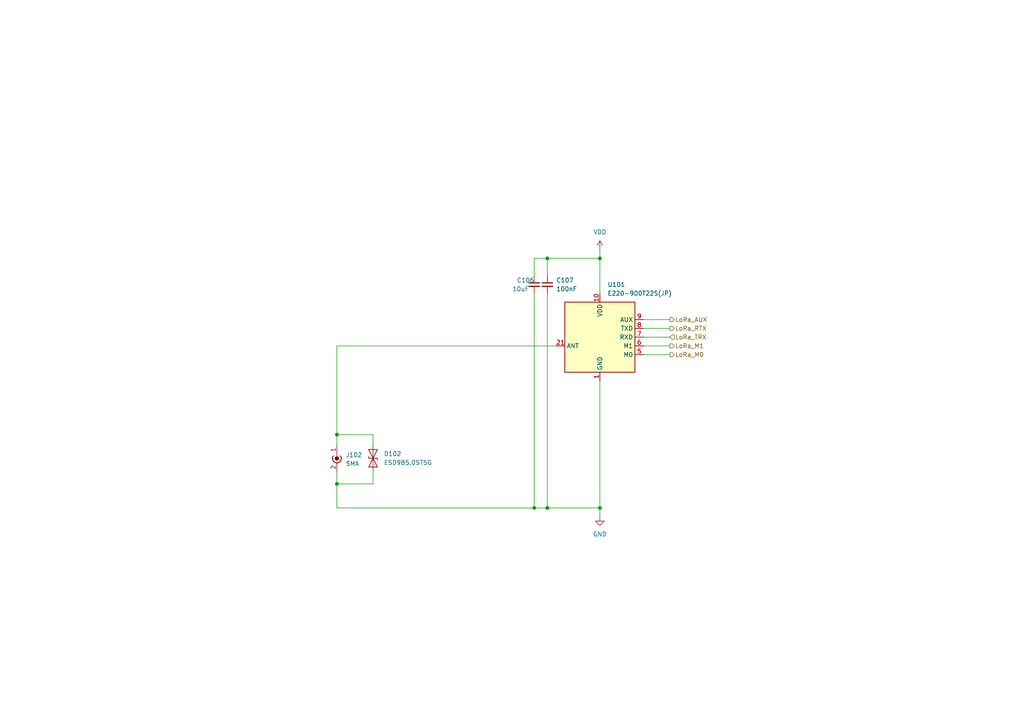
<source format=kicad_sch>
(kicad_sch
	(version 20250114)
	(generator "eeschema")
	(generator_version "9.0")
	(uuid "d339b9d8-51a7-460e-bb19-8d8c25d3e2aa")
	(paper "A4")
	(lib_symbols
		(symbol "Connector:Conn_Coaxial_Power"
			(pin_names
				(offset 1.016)
				(hide yes)
			)
			(exclude_from_sim no)
			(in_bom yes)
			(on_board yes)
			(property "Reference" "J"
				(at -5.08 -1.27 90)
				(effects
					(font
						(size 1.27 1.27)
					)
				)
			)
			(property "Value" "Conn_Coaxial_Power"
				(at -3.175 -1.27 90)
				(effects
					(font
						(size 1.27 1.27)
					)
				)
			)
			(property "Footprint" ""
				(at 0 -1.27 0)
				(effects
					(font
						(size 1.27 1.27)
					)
					(hide yes)
				)
			)
			(property "Datasheet" "~"
				(at 0 -1.27 0)
				(effects
					(font
						(size 1.27 1.27)
					)
					(hide yes)
				)
			)
			(property "Description" "coaxial connector (BNC, SMA, SMB, SMC, Cinch/RCA, LEMO, ...)"
				(at 0 0 0)
				(effects
					(font
						(size 1.27 1.27)
					)
					(hide yes)
				)
			)
			(property "ki_keywords" "BNC SMA SMB SMC LEMO coaxial connector CINCH RCA"
				(at 0 0 0)
				(effects
					(font
						(size 1.27 1.27)
					)
					(hide yes)
				)
			)
			(property "ki_fp_filters" "*BNC* *SMA* *SMB* *SMC* *Cinch* *LEMO*"
				(at 0 0 0)
				(effects
					(font
						(size 1.27 1.27)
					)
					(hide yes)
				)
			)
			(symbol "Conn_Coaxial_Power_0_1"
				(arc
					(start 1.016 -0.508)
					(mid 1.2048 -0.8684)
					(end 1.27 -1.27)
					(stroke
						(width 0.254)
						(type default)
					)
					(fill
						(type none)
					)
				)
				(polyline
					(pts
						(xy 0 0) (xy 0 -1.27)
					)
					(stroke
						(width 0)
						(type default)
					)
					(fill
						(type none)
					)
				)
				(arc
					(start 1.27 -1.27)
					(mid 0 -2.5345)
					(end -1.27 -1.27)
					(stroke
						(width 0.254)
						(type default)
					)
					(fill
						(type none)
					)
				)
				(arc
					(start -1.27 -1.27)
					(mid -1.2048 -0.8684)
					(end -1.016 -0.508)
					(stroke
						(width 0.254)
						(type default)
					)
					(fill
						(type none)
					)
				)
				(circle
					(center 0 -1.27)
					(radius 0.508)
					(stroke
						(width 0.2032)
						(type default)
					)
					(fill
						(type outline)
					)
				)
				(polyline
					(pts
						(xy 0 -2.54) (xy 0 -3.048)
					)
					(stroke
						(width 0)
						(type default)
					)
					(fill
						(type none)
					)
				)
			)
			(symbol "Conn_Coaxial_Power_1_1"
				(pin passive line
					(at 0 2.54 270)
					(length 2.54)
					(name "In"
						(effects
							(font
								(size 1.27 1.27)
							)
						)
					)
					(number "1"
						(effects
							(font
								(size 1.27 1.27)
							)
						)
					)
				)
				(pin passive line
					(at 0 -5.08 90)
					(length 2.54)
					(name "Ext"
						(effects
							(font
								(size 1.27 1.27)
							)
						)
					)
					(number "2"
						(effects
							(font
								(size 1.27 1.27)
							)
						)
					)
				)
			)
			(embedded_fonts no)
		)
		(symbol "Device:C_Small"
			(pin_numbers
				(hide yes)
			)
			(pin_names
				(offset 0.254)
				(hide yes)
			)
			(exclude_from_sim no)
			(in_bom yes)
			(on_board yes)
			(property "Reference" "C"
				(at 0.254 1.778 0)
				(effects
					(font
						(size 1.27 1.27)
					)
					(justify left)
				)
			)
			(property "Value" "C_Small"
				(at 0.254 -2.032 0)
				(effects
					(font
						(size 1.27 1.27)
					)
					(justify left)
				)
			)
			(property "Footprint" ""
				(at 0 0 0)
				(effects
					(font
						(size 1.27 1.27)
					)
					(hide yes)
				)
			)
			(property "Datasheet" "~"
				(at 0 0 0)
				(effects
					(font
						(size 1.27 1.27)
					)
					(hide yes)
				)
			)
			(property "Description" "Unpolarized capacitor, small symbol"
				(at 0 0 0)
				(effects
					(font
						(size 1.27 1.27)
					)
					(hide yes)
				)
			)
			(property "ki_keywords" "capacitor cap"
				(at 0 0 0)
				(effects
					(font
						(size 1.27 1.27)
					)
					(hide yes)
				)
			)
			(property "ki_fp_filters" "C_*"
				(at 0 0 0)
				(effects
					(font
						(size 1.27 1.27)
					)
					(hide yes)
				)
			)
			(symbol "C_Small_0_1"
				(polyline
					(pts
						(xy -1.524 0.508) (xy 1.524 0.508)
					)
					(stroke
						(width 0.3048)
						(type default)
					)
					(fill
						(type none)
					)
				)
				(polyline
					(pts
						(xy -1.524 -0.508) (xy 1.524 -0.508)
					)
					(stroke
						(width 0.3302)
						(type default)
					)
					(fill
						(type none)
					)
				)
			)
			(symbol "C_Small_1_1"
				(pin passive line
					(at 0 2.54 270)
					(length 2.032)
					(name "~"
						(effects
							(font
								(size 1.27 1.27)
							)
						)
					)
					(number "1"
						(effects
							(font
								(size 1.27 1.27)
							)
						)
					)
				)
				(pin passive line
					(at 0 -2.54 90)
					(length 2.032)
					(name "~"
						(effects
							(font
								(size 1.27 1.27)
							)
						)
					)
					(number "2"
						(effects
							(font
								(size 1.27 1.27)
							)
						)
					)
				)
			)
			(embedded_fonts no)
		)
		(symbol "Diode:ESD9B5.0ST5G"
			(pin_numbers
				(hide yes)
			)
			(pin_names
				(offset 1.016)
				(hide yes)
			)
			(exclude_from_sim no)
			(in_bom yes)
			(on_board yes)
			(property "Reference" "D"
				(at 0 2.54 0)
				(effects
					(font
						(size 1.27 1.27)
					)
				)
			)
			(property "Value" "ESD9B5.0ST5G"
				(at 0 -2.54 0)
				(effects
					(font
						(size 1.27 1.27)
					)
				)
			)
			(property "Footprint" "Diode_SMD:D_SOD-923"
				(at 0 0 0)
				(effects
					(font
						(size 1.27 1.27)
					)
					(hide yes)
				)
			)
			(property "Datasheet" "https://www.onsemi.com/pub/Collateral/ESD9B-D.PDF"
				(at 0 0 0)
				(effects
					(font
						(size 1.27 1.27)
					)
					(hide yes)
				)
			)
			(property "Description" "ESD protection diode, 5.0Vrwm, SOD-923"
				(at 0 0 0)
				(effects
					(font
						(size 1.27 1.27)
					)
					(hide yes)
				)
			)
			(property "ki_keywords" "diode TVS ESD"
				(at 0 0 0)
				(effects
					(font
						(size 1.27 1.27)
					)
					(hide yes)
				)
			)
			(property "ki_fp_filters" "D*SOD?923*"
				(at 0 0 0)
				(effects
					(font
						(size 1.27 1.27)
					)
					(hide yes)
				)
			)
			(symbol "ESD9B5.0ST5G_0_1"
				(polyline
					(pts
						(xy -2.54 -1.27) (xy 0 0) (xy -2.54 1.27) (xy -2.54 -1.27)
					)
					(stroke
						(width 0.2032)
						(type default)
					)
					(fill
						(type none)
					)
				)
				(polyline
					(pts
						(xy 0.508 1.27) (xy 0 1.27) (xy 0 -1.27) (xy -0.508 -1.27)
					)
					(stroke
						(width 0.2032)
						(type default)
					)
					(fill
						(type none)
					)
				)
				(polyline
					(pts
						(xy 1.27 0) (xy -1.27 0)
					)
					(stroke
						(width 0)
						(type default)
					)
					(fill
						(type none)
					)
				)
				(polyline
					(pts
						(xy 2.54 1.27) (xy 2.54 -1.27) (xy 0 0) (xy 2.54 1.27)
					)
					(stroke
						(width 0.2032)
						(type default)
					)
					(fill
						(type none)
					)
				)
			)
			(symbol "ESD9B5.0ST5G_1_1"
				(pin passive line
					(at -3.81 0 0)
					(length 2.54)
					(name "A1"
						(effects
							(font
								(size 1.27 1.27)
							)
						)
					)
					(number "1"
						(effects
							(font
								(size 1.27 1.27)
							)
						)
					)
				)
				(pin passive line
					(at 3.81 0 180)
					(length 2.54)
					(name "A2"
						(effects
							(font
								(size 1.27 1.27)
							)
						)
					)
					(number "2"
						(effects
							(font
								(size 1.27 1.27)
							)
						)
					)
				)
			)
			(embedded_fonts no)
		)
		(symbol "RF_Module_additional:E220-900T22S(JP)"
			(exclude_from_sim no)
			(in_bom yes)
			(on_board yes)
			(property "Reference" "U"
				(at -8.89 11.43 0)
				(effects
					(font
						(size 1.27 1.27)
					)
				)
			)
			(property "Value" "E220-900T22S(JP)"
				(at 11.43 11.43 0)
				(effects
					(font
						(size 1.27 1.27)
					)
				)
			)
			(property "Footprint" "RF_Module_additional:E220-900T22S(JP)"
				(at 0 0 0)
				(effects
					(font
						(size 1.27 1.27)
					)
					(hide yes)
				)
			)
			(property "Datasheet" "https://dragon-torch.tech/wp-content/uploads/2023/05/data_sheet_Rev1.4.pdf"
				(at 7.62 -11.43 0)
				(effects
					(font
						(size 1.27 1.27)
					)
					(hide yes)
				)
			)
			(property "Description" "920MHz LoRa Module, comply with Japanese wireless regulation"
				(at 0 0 0)
				(effects
					(font
						(size 1.27 1.27)
					)
					(hide yes)
				)
			)
			(property "ki_keywords" "RF 920 920MHz LoRa Module"
				(at 0 0 0)
				(effects
					(font
						(size 1.27 1.27)
					)
					(hide yes)
				)
			)
			(symbol "E220-900T22S(JP)_0_1"
				(rectangle
					(start -10.16 10.16)
					(end 10.16 -10.16)
					(stroke
						(width 0.254)
						(type default)
					)
					(fill
						(type background)
					)
				)
			)
			(symbol "E220-900T22S(JP)_1_1"
				(pin power_in line
					(at -12.7 -2.54 0)
					(length 2.54)
					(name "ANT"
						(effects
							(font
								(size 1.27 1.27)
							)
						)
					)
					(number "21"
						(effects
							(font
								(size 1.27 1.27)
							)
						)
					)
				)
				(pin power_in line
					(at 0 12.7 270)
					(length 2.54)
					(name "VDD"
						(effects
							(font
								(size 1.27 1.27)
							)
						)
					)
					(number "10"
						(effects
							(font
								(size 1.27 1.27)
							)
						)
					)
				)
				(pin power_in line
					(at 0 -12.7 90)
					(length 2.54)
					(name "GND"
						(effects
							(font
								(size 1.27 1.27)
							)
						)
					)
					(number "1"
						(effects
							(font
								(size 1.27 1.27)
							)
						)
					)
				)
				(pin passive line
					(at 0 -12.7 90)
					(length 2.54)
					(hide yes)
					(name "GND"
						(effects
							(font
								(size 1.27 1.27)
							)
						)
					)
					(number "11"
						(effects
							(font
								(size 1.27 1.27)
							)
						)
					)
				)
				(pin passive line
					(at 0 -12.7 90)
					(length 2.54)
					(hide yes)
					(name "GND"
						(effects
							(font
								(size 1.27 1.27)
							)
						)
					)
					(number "13"
						(effects
							(font
								(size 1.27 1.27)
							)
						)
					)
				)
				(pin passive line
					(at 0 -12.7 90)
					(length 2.54)
					(hide yes)
					(name "GND"
						(effects
							(font
								(size 1.27 1.27)
							)
						)
					)
					(number "19"
						(effects
							(font
								(size 1.27 1.27)
							)
						)
					)
				)
				(pin passive line
					(at 0 -12.7 90)
					(length 2.54)
					(hide yes)
					(name "GND"
						(effects
							(font
								(size 1.27 1.27)
							)
						)
					)
					(number "2"
						(effects
							(font
								(size 1.27 1.27)
							)
						)
					)
				)
				(pin passive line
					(at 0 -12.7 90)
					(length 2.54)
					(hide yes)
					(name "GND"
						(effects
							(font
								(size 1.27 1.27)
							)
						)
					)
					(number "20"
						(effects
							(font
								(size 1.27 1.27)
							)
						)
					)
				)
				(pin passive line
					(at 0 -12.7 90)
					(length 2.54)
					(hide yes)
					(name "GND"
						(effects
							(font
								(size 1.27 1.27)
							)
						)
					)
					(number "22"
						(effects
							(font
								(size 1.27 1.27)
							)
						)
					)
				)
				(pin passive line
					(at 0 -12.7 90)
					(length 2.54)
					(hide yes)
					(name "GND"
						(effects
							(font
								(size 1.27 1.27)
							)
						)
					)
					(number "3"
						(effects
							(font
								(size 1.27 1.27)
							)
						)
					)
				)
				(pin passive line
					(at 0 -12.7 90)
					(length 2.54)
					(hide yes)
					(name "GND"
						(effects
							(font
								(size 1.27 1.27)
							)
						)
					)
					(number "4"
						(effects
							(font
								(size 1.27 1.27)
							)
						)
					)
				)
				(pin output line
					(at 12.7 5.08 180)
					(length 2.54)
					(name "AUX"
						(effects
							(font
								(size 1.27 1.27)
							)
						)
					)
					(number "9"
						(effects
							(font
								(size 1.27 1.27)
							)
						)
					)
				)
				(pin output line
					(at 12.7 2.54 180)
					(length 2.54)
					(name "TXD"
						(effects
							(font
								(size 1.27 1.27)
							)
						)
					)
					(number "8"
						(effects
							(font
								(size 1.27 1.27)
							)
						)
					)
				)
				(pin input line
					(at 12.7 0 180)
					(length 2.54)
					(name "RXD"
						(effects
							(font
								(size 1.27 1.27)
							)
						)
					)
					(number "7"
						(effects
							(font
								(size 1.27 1.27)
							)
						)
					)
				)
				(pin input line
					(at 12.7 -2.54 180)
					(length 2.54)
					(name "M1"
						(effects
							(font
								(size 1.27 1.27)
							)
						)
					)
					(number "6"
						(effects
							(font
								(size 1.27 1.27)
							)
						)
					)
				)
				(pin input line
					(at 12.7 -5.08 180)
					(length 2.54)
					(name "M0"
						(effects
							(font
								(size 1.27 1.27)
							)
						)
					)
					(number "5"
						(effects
							(font
								(size 1.27 1.27)
							)
						)
					)
				)
			)
			(embedded_fonts no)
		)
		(symbol "power:GND"
			(power)
			(pin_names
				(offset 0)
			)
			(exclude_from_sim no)
			(in_bom yes)
			(on_board yes)
			(property "Reference" "#PWR"
				(at 0 -6.35 0)
				(effects
					(font
						(size 1.27 1.27)
					)
					(hide yes)
				)
			)
			(property "Value" "GND"
				(at 0 -3.81 0)
				(effects
					(font
						(size 1.27 1.27)
					)
				)
			)
			(property "Footprint" ""
				(at 0 0 0)
				(effects
					(font
						(size 1.27 1.27)
					)
					(hide yes)
				)
			)
			(property "Datasheet" ""
				(at 0 0 0)
				(effects
					(font
						(size 1.27 1.27)
					)
					(hide yes)
				)
			)
			(property "Description" "Power symbol creates a global label with name \"GND\" , ground"
				(at 0 0 0)
				(effects
					(font
						(size 1.27 1.27)
					)
					(hide yes)
				)
			)
			(property "ki_keywords" "global power"
				(at 0 0 0)
				(effects
					(font
						(size 1.27 1.27)
					)
					(hide yes)
				)
			)
			(symbol "GND_0_1"
				(polyline
					(pts
						(xy 0 0) (xy 0 -1.27) (xy 1.27 -1.27) (xy 0 -2.54) (xy -1.27 -1.27) (xy 0 -1.27)
					)
					(stroke
						(width 0)
						(type default)
					)
					(fill
						(type none)
					)
				)
			)
			(symbol "GND_1_1"
				(pin power_in line
					(at 0 0 270)
					(length 0)
					(hide yes)
					(name "GND"
						(effects
							(font
								(size 1.27 1.27)
							)
						)
					)
					(number "1"
						(effects
							(font
								(size 1.27 1.27)
							)
						)
					)
				)
			)
			(embedded_fonts no)
		)
		(symbol "power:VDD"
			(power)
			(pin_numbers
				(hide yes)
			)
			(pin_names
				(offset 0)
				(hide yes)
			)
			(exclude_from_sim no)
			(in_bom yes)
			(on_board yes)
			(property "Reference" "#PWR"
				(at 0 -3.81 0)
				(effects
					(font
						(size 1.27 1.27)
					)
					(hide yes)
				)
			)
			(property "Value" "VDD"
				(at 0 3.556 0)
				(effects
					(font
						(size 1.27 1.27)
					)
				)
			)
			(property "Footprint" ""
				(at 0 0 0)
				(effects
					(font
						(size 1.27 1.27)
					)
					(hide yes)
				)
			)
			(property "Datasheet" ""
				(at 0 0 0)
				(effects
					(font
						(size 1.27 1.27)
					)
					(hide yes)
				)
			)
			(property "Description" "Power symbol creates a global label with name \"VDD\""
				(at 0 0 0)
				(effects
					(font
						(size 1.27 1.27)
					)
					(hide yes)
				)
			)
			(property "ki_keywords" "global power"
				(at 0 0 0)
				(effects
					(font
						(size 1.27 1.27)
					)
					(hide yes)
				)
			)
			(symbol "VDD_0_1"
				(polyline
					(pts
						(xy -0.762 1.27) (xy 0 2.54)
					)
					(stroke
						(width 0)
						(type default)
					)
					(fill
						(type none)
					)
				)
				(polyline
					(pts
						(xy 0 2.54) (xy 0.762 1.27)
					)
					(stroke
						(width 0)
						(type default)
					)
					(fill
						(type none)
					)
				)
				(polyline
					(pts
						(xy 0 0) (xy 0 2.54)
					)
					(stroke
						(width 0)
						(type default)
					)
					(fill
						(type none)
					)
				)
			)
			(symbol "VDD_1_1"
				(pin power_in line
					(at 0 0 90)
					(length 0)
					(name "~"
						(effects
							(font
								(size 1.27 1.27)
							)
						)
					)
					(number "1"
						(effects
							(font
								(size 1.27 1.27)
							)
						)
					)
				)
			)
			(embedded_fonts no)
		)
	)
	(junction
		(at 97.7064 126.0682)
		(diameter 0)
		(color 0 0 0 0)
		(uuid "05754398-e7f5-4454-ac2a-933e971a1868")
	)
	(junction
		(at 173.99 147.32)
		(diameter 0)
		(color 0 0 0 0)
		(uuid "355c01bf-ab79-4dd5-ba30-ae79abea33c3")
	)
	(junction
		(at 173.99 74.93)
		(diameter 0)
		(color 0 0 0 0)
		(uuid "57ffcb14-8225-4f1d-8075-ee953724838f")
	)
	(junction
		(at 154.94 147.32)
		(diameter 0)
		(color 0 0 0 0)
		(uuid "8ec9b8d2-7105-4836-829c-0c4793ed3a9c")
	)
	(junction
		(at 158.75 147.32)
		(diameter 0)
		(color 0 0 0 0)
		(uuid "a8aa2793-baf2-483b-b20a-337b66a83a8b")
	)
	(junction
		(at 97.7064 140.3477)
		(diameter 0)
		(color 0 0 0 0)
		(uuid "c008021d-75b5-4a84-ae43-b2ee38dd3261")
	)
	(junction
		(at 158.75 74.93)
		(diameter 0)
		(color 0 0 0 0)
		(uuid "f057d2b7-87b3-41bc-9666-cdd1a9a7936c")
	)
	(wire
		(pts
			(xy 154.94 147.32) (xy 158.75 147.32)
		)
		(stroke
			(width 0)
			(type default)
		)
		(uuid "09c5680e-351b-446a-8e75-fba7b9a1a3ad")
	)
	(wire
		(pts
			(xy 158.75 74.93) (xy 158.75 80.01)
		)
		(stroke
			(width 0)
			(type default)
		)
		(uuid "0bbed2cd-98e4-4fcd-b7ad-88f6edbf5cee")
	)
	(wire
		(pts
			(xy 97.7064 126.0682) (xy 97.7064 129.1679)
		)
		(stroke
			(width 0)
			(type default)
		)
		(uuid "17503497-1a37-448d-a64c-7342f8c0f37d")
	)
	(wire
		(pts
			(xy 173.99 147.32) (xy 173.99 149.86)
		)
		(stroke
			(width 0)
			(type default)
		)
		(uuid "182fb241-c2a4-4a2d-86ce-45b9e67cdba7")
	)
	(wire
		(pts
			(xy 108.1976 126.0682) (xy 97.7064 126.0682)
		)
		(stroke
			(width 0)
			(type default)
		)
		(uuid "18cd8214-5ff2-40d9-ac04-286462b59c9e")
	)
	(wire
		(pts
			(xy 194.31 95.25) (xy 186.69 95.25)
		)
		(stroke
			(width 0)
			(type default)
		)
		(uuid "35b049f7-4421-4c0b-a0c7-fd996386beaf")
	)
	(wire
		(pts
			(xy 158.75 147.32) (xy 173.99 147.32)
		)
		(stroke
			(width 0)
			(type default)
		)
		(uuid "3d9c3178-d3af-4b4b-b4b0-5de4af503508")
	)
	(wire
		(pts
			(xy 108.1976 136.7141) (xy 108.1976 140.3477)
		)
		(stroke
			(width 0)
			(type default)
		)
		(uuid "42f0f5fb-d679-4cca-8b2e-ad7593110c46")
	)
	(wire
		(pts
			(xy 194.31 100.33) (xy 186.69 100.33)
		)
		(stroke
			(width 0)
			(type default)
		)
		(uuid "487fc7eb-0e39-4365-9eb7-696ac6d007f6")
	)
	(wire
		(pts
			(xy 158.75 85.09) (xy 158.75 147.32)
		)
		(stroke
			(width 0)
			(type default)
		)
		(uuid "4920bcdd-325a-465b-8e4d-7514f699b0a9")
	)
	(wire
		(pts
			(xy 173.99 74.93) (xy 173.99 85.09)
		)
		(stroke
			(width 0)
			(type default)
		)
		(uuid "4be6cb6a-284d-4370-acd2-45a1b427dd85")
	)
	(wire
		(pts
			(xy 108.1976 140.3477) (xy 97.7064 140.3477)
		)
		(stroke
			(width 0)
			(type default)
		)
		(uuid "64e35c12-dd5d-489f-a470-638c3cec9d33")
	)
	(wire
		(pts
			(xy 186.69 97.79) (xy 194.31 97.79)
		)
		(stroke
			(width 0)
			(type default)
		)
		(uuid "6e2f2a86-94df-437a-bb89-1921fa4426ea")
	)
	(wire
		(pts
			(xy 97.7064 140.3477) (xy 97.7064 147.32)
		)
		(stroke
			(width 0)
			(type default)
		)
		(uuid "76a67cef-ed16-449b-b8a8-b78ce7fdc53d")
	)
	(wire
		(pts
			(xy 154.94 85.09) (xy 154.94 147.32)
		)
		(stroke
			(width 0)
			(type default)
		)
		(uuid "77c958a1-9195-407b-b058-68c29f69b00c")
	)
	(wire
		(pts
			(xy 173.99 72.39) (xy 173.99 74.93)
		)
		(stroke
			(width 0)
			(type default)
		)
		(uuid "7e332e91-c1d9-4e3e-8bf7-f0eeed868f41")
	)
	(wire
		(pts
			(xy 97.7064 100.33) (xy 161.29 100.33)
		)
		(stroke
			(width 0)
			(type default)
		)
		(uuid "80672e7b-a472-4be8-8605-fff90f37deed")
	)
	(wire
		(pts
			(xy 186.69 92.71) (xy 194.31 92.71)
		)
		(stroke
			(width 0)
			(type default)
		)
		(uuid "8069b63b-a7ee-4ae7-803b-f9b6e62dda2a")
	)
	(wire
		(pts
			(xy 154.94 74.93) (xy 158.75 74.93)
		)
		(stroke
			(width 0)
			(type default)
		)
		(uuid "84033989-2ce9-4450-8815-c570a74fc22e")
	)
	(wire
		(pts
			(xy 97.7064 100.33) (xy 97.7064 126.0682)
		)
		(stroke
			(width 0)
			(type default)
		)
		(uuid "8ba0b758-df27-44cc-ac41-5cf64a7ef758")
	)
	(wire
		(pts
			(xy 154.94 80.01) (xy 154.94 74.93)
		)
		(stroke
			(width 0)
			(type default)
		)
		(uuid "96d28f05-2242-49d2-bbbb-98c5eea2c51a")
	)
	(wire
		(pts
			(xy 97.7064 136.7879) (xy 97.7064 140.3477)
		)
		(stroke
			(width 0)
			(type default)
		)
		(uuid "a5483205-669c-4a00-af5d-c4b4b1387cc8")
	)
	(wire
		(pts
			(xy 108.1976 129.0941) (xy 108.1976 126.0682)
		)
		(stroke
			(width 0)
			(type default)
		)
		(uuid "a95db9c5-7e1f-4592-b3fd-275556ceb256")
	)
	(wire
		(pts
			(xy 173.99 110.49) (xy 173.99 147.32)
		)
		(stroke
			(width 0)
			(type default)
		)
		(uuid "b0878cb7-e771-4d0e-99a7-9f13b16ee4ad")
	)
	(wire
		(pts
			(xy 186.69 102.87) (xy 194.31 102.87)
		)
		(stroke
			(width 0)
			(type default)
		)
		(uuid "cab9b73e-0794-4d40-8c30-8473fd9820e9")
	)
	(wire
		(pts
			(xy 97.7064 147.32) (xy 154.94 147.32)
		)
		(stroke
			(width 0)
			(type default)
		)
		(uuid "da501897-9043-4118-86f1-306a3619d923")
	)
	(wire
		(pts
			(xy 158.75 74.93) (xy 173.99 74.93)
		)
		(stroke
			(width 0)
			(type default)
		)
		(uuid "e4ba0dde-fcf8-4b39-97e9-02be8e3130dd")
	)
	(hierarchical_label "LoRa_M0"
		(shape output)
		(at 194.31 102.87 0)
		(effects
			(font
				(size 1.27 1.27)
			)
			(justify left)
		)
		(uuid "0037211b-aaa7-4823-bcd5-63ac6d0e9f53")
	)
	(hierarchical_label "LoRa_AUX"
		(shape output)
		(at 194.31 92.71 0)
		(effects
			(font
				(size 1.27 1.27)
			)
			(justify left)
		)
		(uuid "2c9a0029-76b4-47eb-80ae-ef665d58823d")
	)
	(hierarchical_label "LoRa_M1"
		(shape output)
		(at 194.31 100.33 0)
		(effects
			(font
				(size 1.27 1.27)
			)
			(justify left)
		)
		(uuid "9a3fe4a3-b2d5-4d47-9469-048d39e88567")
	)
	(hierarchical_label "LoRa_RTX"
		(shape output)
		(at 194.31 95.25 0)
		(effects
			(font
				(size 1.27 1.27)
			)
			(justify left)
		)
		(uuid "a12fddad-04ab-413b-bd1c-a0c82f705466")
	)
	(hierarchical_label "LoRa_TRX"
		(shape input)
		(at 194.31 97.79 0)
		(effects
			(font
				(size 1.27 1.27)
			)
			(justify left)
		)
		(uuid "b4c040f4-72b7-4e68-a213-ac1b2004fa4d")
	)
	(symbol
		(lib_id "power:GND")
		(at 173.99 149.86 0)
		(unit 1)
		(exclude_from_sim no)
		(in_bom yes)
		(on_board yes)
		(dnp no)
		(fields_autoplaced yes)
		(uuid "14349938-dfe3-48cb-b1e2-a2ce153809ad")
		(property "Reference" "#PWR0502"
			(at 173.99 156.21 0)
			(effects
				(font
					(size 1.27 1.27)
				)
				(hide yes)
			)
		)
		(property "Value" "GND"
			(at 173.99 154.94 0)
			(effects
				(font
					(size 1.27 1.27)
				)
			)
		)
		(property "Footprint" ""
			(at 173.99 149.86 0)
			(effects
				(font
					(size 1.27 1.27)
				)
				(hide yes)
			)
		)
		(property "Datasheet" ""
			(at 173.99 149.86 0)
			(effects
				(font
					(size 1.27 1.27)
				)
				(hide yes)
			)
		)
		(property "Description" ""
			(at 173.99 149.86 0)
			(effects
				(font
					(size 1.27 1.27)
				)
				(hide yes)
			)
		)
		(pin "1"
			(uuid "b58a65d7-8594-44f4-b495-3f8ea5772e33")
		)
		(instances
			(project "LoRa"
				(path "/09ffad5f-d798-427b-afb7-94e9cea30a78/371b9fab-2c38-4ddb-b7b9-207fdf0685c9"
					(reference "#PWR0502")
					(unit 1)
				)
			)
			(project "LoRa"
				(path "/d339b9d8-51a7-460e-bb19-8d8c25d3e2aa"
					(reference "#PWR0101")
					(unit 1)
				)
			)
		)
	)
	(symbol
		(lib_id "power:VDD")
		(at 173.99 72.39 0)
		(unit 1)
		(exclude_from_sim no)
		(in_bom yes)
		(on_board yes)
		(dnp no)
		(fields_autoplaced yes)
		(uuid "31139563-aa1a-40ac-b012-5a830e95de73")
		(property "Reference" "#PWR0501"
			(at 173.99 76.2 0)
			(effects
				(font
					(size 1.27 1.27)
				)
				(hide yes)
			)
		)
		(property "Value" "VDD"
			(at 173.99 67.31 0)
			(effects
				(font
					(size 1.27 1.27)
				)
			)
		)
		(property "Footprint" ""
			(at 173.99 72.39 0)
			(effects
				(font
					(size 1.27 1.27)
				)
				(hide yes)
			)
		)
		(property "Datasheet" ""
			(at 173.99 72.39 0)
			(effects
				(font
					(size 1.27 1.27)
				)
				(hide yes)
			)
		)
		(property "Description" "Power symbol creates a global label with name \"VDD\""
			(at 173.99 72.39 0)
			(effects
				(font
					(size 1.27 1.27)
				)
				(hide yes)
			)
		)
		(pin "1"
			(uuid "9e96e6e1-d801-49c8-b063-95dda3d2cb4a")
		)
		(instances
			(project ""
				(path "/09ffad5f-d798-427b-afb7-94e9cea30a78/371b9fab-2c38-4ddb-b7b9-207fdf0685c9"
					(reference "#PWR0501")
					(unit 1)
				)
			)
		)
	)
	(symbol
		(lib_id "Device:C_Small")
		(at 158.75 82.55 0)
		(unit 1)
		(exclude_from_sim no)
		(in_bom yes)
		(on_board yes)
		(dnp no)
		(uuid "3dcfd070-c625-41c6-b6c3-372a62eade29")
		(property "Reference" "C502"
			(at 161.29 81.2863 0)
			(effects
				(font
					(size 1.27 1.27)
				)
				(justify left)
			)
		)
		(property "Value" "100nF"
			(at 161.29 83.82 0)
			(effects
				(font
					(size 1.27 1.27)
				)
				(justify left)
			)
		)
		(property "Footprint" "Capacitor_SMD:C_0402_1005Metric"
			(at 158.75 82.55 0)
			(effects
				(font
					(size 1.27 1.27)
				)
				(hide yes)
			)
		)
		(property "Datasheet" "~"
			(at 158.75 82.55 0)
			(effects
				(font
					(size 1.27 1.27)
				)
				(hide yes)
			)
		)
		(property "Description" ""
			(at 158.75 82.55 0)
			(effects
				(font
					(size 1.27 1.27)
				)
				(hide yes)
			)
		)
		(property "LCSC" "C1525"
			(at 158.75 82.55 0)
			(effects
				(font
					(size 1.27 1.27)
				)
				(hide yes)
			)
		)
		(pin "1"
			(uuid "3ee00330-c18f-4fa2-8da3-efd8eb74e855")
		)
		(pin "2"
			(uuid "40bdbeb4-06ad-49a1-a5dd-b17d4f4bd3fd")
		)
		(instances
			(project "LoRa"
				(path "/09ffad5f-d798-427b-afb7-94e9cea30a78/371b9fab-2c38-4ddb-b7b9-207fdf0685c9"
					(reference "C502")
					(unit 1)
				)
			)
			(project "LoRa"
				(path "/d339b9d8-51a7-460e-bb19-8d8c25d3e2aa"
					(reference "C107")
					(unit 1)
				)
			)
		)
	)
	(symbol
		(lib_id "Diode:ESD9B5.0ST5G")
		(at 108.1976 132.9041 90)
		(unit 1)
		(exclude_from_sim no)
		(in_bom yes)
		(on_board yes)
		(dnp no)
		(fields_autoplaced yes)
		(uuid "53546ecd-f41d-4e02-95e6-ffcd27f23300")
		(property "Reference" "D501"
			(at 111.3043 131.634 90)
			(effects
				(font
					(size 1.27 1.27)
				)
				(justify right)
			)
		)
		(property "Value" "ESD9B5.0ST5G"
			(at 111.3043 134.174 90)
			(effects
				(font
					(size 1.27 1.27)
				)
				(justify right)
			)
		)
		(property "Footprint" "Diode_SMD:D_SOD-882"
			(at 108.1976 132.9041 0)
			(effects
				(font
					(size 1.27 1.27)
				)
				(hide yes)
			)
		)
		(property "Datasheet" "https://www.onsemi.com/pub/Collateral/ESD9B-D.PDF"
			(at 108.1976 132.9041 0)
			(effects
				(font
					(size 1.27 1.27)
				)
				(hide yes)
			)
		)
		(property "Description" "ESD protection diode, 5.0Vrwm, SOD-923"
			(at 108.1976 132.9041 0)
			(effects
				(font
					(size 1.27 1.27)
				)
				(hide yes)
			)
		)
		(property "LCSC" "C7420372"
			(at 108.1976 132.9041 0)
			(effects
				(font
					(size 1.27 1.27)
				)
				(hide yes)
			)
		)
		(pin "1"
			(uuid "46cb6bdc-3586-4af4-b0b5-20244d79c24c")
		)
		(pin "2"
			(uuid "803dd607-b1e4-41b5-b007-7483e6a76d33")
		)
		(instances
			(project "LoRa"
				(path "/09ffad5f-d798-427b-afb7-94e9cea30a78/371b9fab-2c38-4ddb-b7b9-207fdf0685c9"
					(reference "D501")
					(unit 1)
				)
			)
			(project "LoRa"
				(path "/d339b9d8-51a7-460e-bb19-8d8c25d3e2aa"
					(reference "D102")
					(unit 1)
				)
			)
		)
	)
	(symbol
		(lib_id "Connector:Conn_Coaxial_Power")
		(at 97.7064 131.7079 0)
		(unit 1)
		(exclude_from_sim no)
		(in_bom yes)
		(on_board yes)
		(dnp no)
		(fields_autoplaced yes)
		(uuid "8a3022ea-4302-4d34-8a44-ab568ea34fc2")
		(property "Reference" "J501"
			(at 100.2464 131.9619 0)
			(effects
				(font
					(size 1.27 1.27)
				)
				(justify left)
			)
		)
		(property "Value" "SMA"
			(at 100.2464 134.5019 0)
			(effects
				(font
					(size 1.27 1.27)
				)
				(justify left)
			)
		)
		(property "Footprint" "Connector_Coaxial:SMA_Amphenol_132203-12_Horizontal"
			(at 97.7064 132.9779 0)
			(effects
				(font
					(size 1.27 1.27)
				)
				(hide yes)
			)
		)
		(property "Datasheet" "~"
			(at 97.7064 132.9779 0)
			(effects
				(font
					(size 1.27 1.27)
				)
				(hide yes)
			)
		)
		(property "Description" ""
			(at 97.7064 131.7079 0)
			(effects
				(font
					(size 1.27 1.27)
				)
				(hide yes)
			)
		)
		(property "LCSC" ""
			(at 97.7064 131.7079 0)
			(effects
				(font
					(size 1.27 1.27)
				)
				(hide yes)
			)
		)
		(pin "1"
			(uuid "a9d23371-8eca-48f9-b1c5-a9defd15b363")
		)
		(pin "2"
			(uuid "10416498-fb6d-4d8e-938b-2da9cfa78822")
		)
		(instances
			(project "LoRa"
				(path "/09ffad5f-d798-427b-afb7-94e9cea30a78/371b9fab-2c38-4ddb-b7b9-207fdf0685c9"
					(reference "J501")
					(unit 1)
				)
			)
			(project "LoRa"
				(path "/d339b9d8-51a7-460e-bb19-8d8c25d3e2aa"
					(reference "J102")
					(unit 1)
				)
			)
		)
	)
	(symbol
		(lib_id "RF_Module_additional:E220-900T22S(JP)")
		(at 173.99 97.79 0)
		(unit 1)
		(exclude_from_sim no)
		(in_bom yes)
		(on_board yes)
		(dnp no)
		(fields_autoplaced yes)
		(uuid "e0407b35-99a1-4ec0-addc-e374191165b0")
		(property "Reference" "U501"
			(at 176.1841 82.55 0)
			(effects
				(font
					(size 1.27 1.27)
				)
				(justify left)
			)
		)
		(property "Value" "E220-900T22S(JP)"
			(at 176.1841 85.09 0)
			(effects
				(font
					(size 1.27 1.27)
				)
				(justify left)
			)
		)
		(property "Footprint" "WOBCLibrary:E220-900T22S(JP)"
			(at 173.99 97.79 0)
			(effects
				(font
					(size 1.27 1.27)
				)
				(hide yes)
			)
		)
		(property "Datasheet" "https://dragon-torch.tech/wp-content/uploads/2023/05/data_sheet_Rev1.4.pdf"
			(at 181.61 109.22 0)
			(effects
				(font
					(size 1.27 1.27)
				)
				(hide yes)
			)
		)
		(property "Description" ""
			(at 173.99 97.79 0)
			(effects
				(font
					(size 1.27 1.27)
				)
				(hide yes)
			)
		)
		(property "LCSC" ""
			(at 173.99 97.79 0)
			(effects
				(font
					(size 1.27 1.27)
				)
				(hide yes)
			)
		)
		(pin "1"
			(uuid "dd037baf-5d07-48da-99d8-41a287631a2b")
		)
		(pin "10"
			(uuid "9df9f8f1-e065-48dd-b1d9-d9f0c5a72434")
		)
		(pin "11"
			(uuid "79950f72-4f0d-4005-88b0-c75af8041628")
		)
		(pin "13"
			(uuid "4e147e2e-dd2d-42dc-a1e2-8e710e946cfa")
		)
		(pin "19"
			(uuid "06241b95-0cfd-479a-b9d8-19db1cbd134b")
		)
		(pin "2"
			(uuid "0016d035-44bc-4f0f-a29c-f68e57721adc")
		)
		(pin "20"
			(uuid "c254eeb0-89d7-4e54-843c-b44d070b2bbe")
		)
		(pin "21"
			(uuid "14c4ab37-dfea-46ac-8a35-e2dcf96526b9")
		)
		(pin "22"
			(uuid "0610abac-5dfc-4d25-b3f1-0aa4d2fdc5c9")
		)
		(pin "3"
			(uuid "917bde53-dd1e-4a8b-a3b6-01e2d5aa2b06")
		)
		(pin "4"
			(uuid "fc182f6f-be4f-4189-b411-071e7b2563a4")
		)
		(pin "5"
			(uuid "857495b7-001f-4f26-9af7-5bf8dfdd6c10")
		)
		(pin "6"
			(uuid "1d602b29-b5de-4349-86f3-4dce86b99ea7")
		)
		(pin "7"
			(uuid "32ecc120-fbed-4aa6-b363-5540db845a84")
		)
		(pin "8"
			(uuid "f945d4d3-306d-4fdc-ad57-6501c7def623")
		)
		(pin "9"
			(uuid "c25f2b41-0ac4-4732-8f9a-a9fad6c645b2")
		)
		(instances
			(project "LoRa"
				(path "/09ffad5f-d798-427b-afb7-94e9cea30a78/371b9fab-2c38-4ddb-b7b9-207fdf0685c9"
					(reference "U501")
					(unit 1)
				)
			)
			(project "LoRa"
				(path "/d339b9d8-51a7-460e-bb19-8d8c25d3e2aa"
					(reference "U101")
					(unit 1)
				)
			)
		)
	)
	(symbol
		(lib_id "Device:C_Small")
		(at 154.94 82.55 0)
		(unit 1)
		(exclude_from_sim no)
		(in_bom yes)
		(on_board yes)
		(dnp no)
		(uuid "fd61f4b3-a7bb-4917-b498-8043f0432432")
		(property "Reference" "C501"
			(at 149.86 81.28 0)
			(effects
				(font
					(size 1.27 1.27)
				)
				(justify left)
			)
		)
		(property "Value" "10uF"
			(at 148.59 83.82 0)
			(effects
				(font
					(size 1.27 1.27)
				)
				(justify left)
			)
		)
		(property "Footprint" "Capacitor_SMD:C_0603_1608Metric"
			(at 154.94 82.55 0)
			(effects
				(font
					(size 1.27 1.27)
				)
				(hide yes)
			)
		)
		(property "Datasheet" "~"
			(at 154.94 82.55 0)
			(effects
				(font
					(size 1.27 1.27)
				)
				(hide yes)
			)
		)
		(property "Description" ""
			(at 154.94 82.55 0)
			(effects
				(font
					(size 1.27 1.27)
				)
				(hide yes)
			)
		)
		(property "LCSC" "C96446"
			(at 154.94 82.55 0)
			(effects
				(font
					(size 1.27 1.27)
				)
				(hide yes)
			)
		)
		(pin "1"
			(uuid "b09a9da4-d1e8-4996-8991-dd6670cd34cf")
		)
		(pin "2"
			(uuid "2e9a7813-d7f2-464e-b7b2-3856c33c6e7f")
		)
		(instances
			(project "LoRa"
				(path "/09ffad5f-d798-427b-afb7-94e9cea30a78/371b9fab-2c38-4ddb-b7b9-207fdf0685c9"
					(reference "C501")
					(unit 1)
				)
			)
			(project "LoRa"
				(path "/d339b9d8-51a7-460e-bb19-8d8c25d3e2aa"
					(reference "C106")
					(unit 1)
				)
			)
		)
	)
)

</source>
